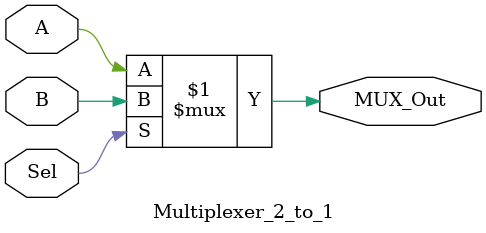
<source format=v>
module Multiplexer_2_to_1(MUX_Out,A,B,Sel);
	input A,B,Sel;
	output MUX_Out;
	assign MUX_Out = Sel?B:A;
endmodule

</source>
